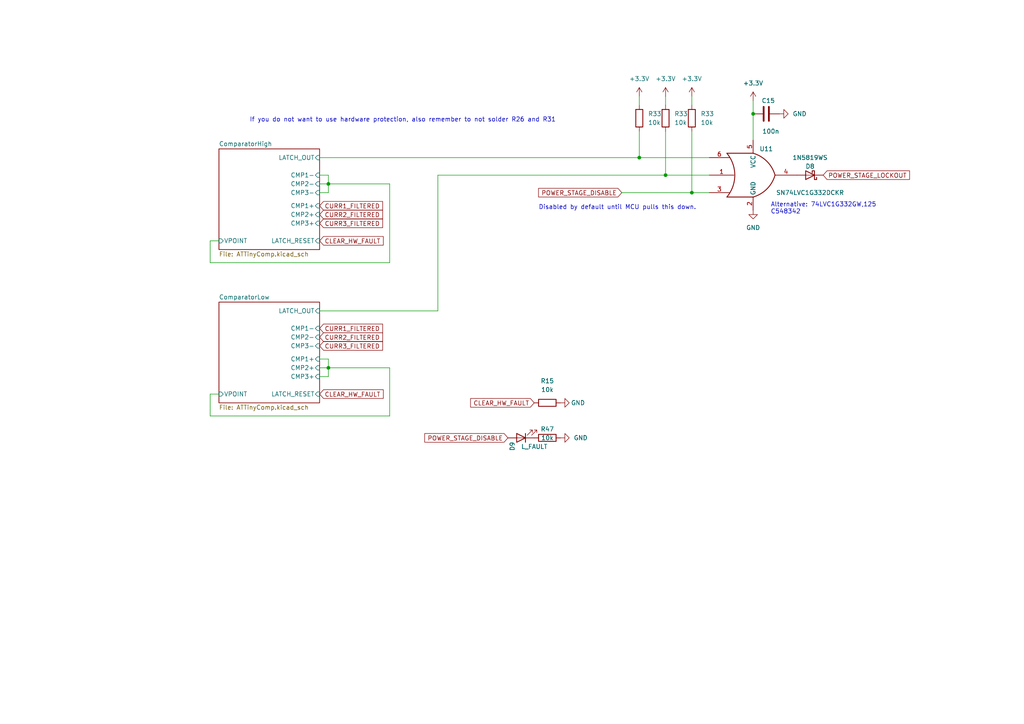
<source format=kicad_sch>
(kicad_sch (version 20230121) (generator eeschema)
  (paper "A4")
  (lib_symbols
    (symbol "Device:C" (pin_numbers hide) (pin_names (offset 0.254))
      (property "Reference" "C" (at 0.635 2.54 0))
      (property "Value" "C" (at 0.635 -2.54 0))
      (symbol "C_0_1"
        (polyline (pts (xy -2.032 -0.762) (xy 2.032 -0.762)) (stroke (width 0.508)))
        (polyline (pts (xy -2.032 0.762) (xy 2.032 0.762)) (stroke (width 0.508)))
      )
      (symbol "C_1_1"
        (pin passive line (at 0 3.81 270) (length 2.794) (name "~") (number "1"))
        (pin passive line (at 0 -3.81 90) (length 2.794) (name "~") (number "2"))
      )
    )
    (symbol "Device:D_Schottky" (pin_numbers hide) (pin_names (offset 1.016) hide)
      (property "Reference" "D" (at 0 2.54 0))
      (property "Value" "D_Schottky" (at 0 -2.54 0))
      (symbol "D_Schottky_0_1"
        (polyline (pts (xy 1.27 0) (xy -1.27 0)))
        (polyline (pts (xy 1.27 1.27) (xy 1.27 -1.27) (xy -1.27 0) (xy 1.27 1.27)) (stroke (width 0.254)))
        (polyline (pts (xy -1.905 0.635) (xy -1.905 1.27) (xy -1.27 1.27) (xy -1.27 -1.27) (xy -0.635 -1.27) (xy -0.635 -0.635)) (stroke (width 0.254)))
      )
      (symbol "D_Schottky_1_1"
        (pin passive line (at -3.81 0 0) (length 2.54) (name "K") (number "1"))
        (pin passive line (at 3.81 0 180) (length 2.54) (name "A") (number "2"))
      )
    )
    (symbol "Device:LED" (pin_numbers hide) (pin_names (offset 1.016) hide)
      (property "Reference" "D" (at 0 2.54 0))
      (property "Value" "LED" (at 0 -2.54 0))
      (symbol "LED_0_1"
        (polyline (pts (xy -1.27 -1.27) (xy -1.27 1.27)) (stroke (width 0.254)))
        (polyline (pts (xy -1.27 0) (xy 1.27 0)))
        (polyline (pts (xy 1.27 -1.27) (xy 1.27 1.27) (xy -1.27 0) (xy 1.27 -1.27)) (stroke (width 0.254)))
        (polyline (pts (xy -3.048 -0.762) (xy -4.572 -2.286) (xy -3.81 -2.286) (xy -4.572 -2.286) (xy -4.572 -1.524)))
        (polyline (pts (xy -1.778 -0.762) (xy -3.302 -2.286) (xy -2.54 -2.286) (xy -3.302 -2.286) (xy -3.302 -1.524)))
      )
      (symbol "LED_1_1"
        (pin passive line (at -3.81 0 0) (length 2.54) (name "K") (number "1"))
        (pin passive line (at 3.81 0 180) (length 2.54) (name "A") (number "2"))
      )
    )
    (symbol "Device:R" (pin_numbers hide) (pin_names (offset 0))
      (property "Reference" "R" (at 2.032 0 90))
      (property "Value" "R" (at 0 0 90))
      (symbol "R_0_1"
        (rectangle (start -1.016 -2.54) (end 1.016 2.54) (stroke (width 0.254)))
      )
      (symbol "R_1_1"
        (pin passive line (at 0 3.81 270) (length 1.27) (name "~") (number "1"))
        (pin passive line (at 0 -3.81 90) (length 1.27) (name "~") (number "2"))
      )
    )
    (symbol "GigaVescSymbols:74LVC1G332_1"
      (property "Reference" "U" (at -5.08 10.16 0))
      (property "Value" "74LVC1G332" (at 0 -10.16 0))
      (symbol "74LVC1G332_1_0_1"
        (arc (start -7.62 -6.35) (mid -5.321 0) (end -7.62 6.35) (stroke (width 0.254)))
        (arc (start 0 -6.35) (mid 3.9978 -3.9978) (end 6.35 0) (stroke (width 0.254)))
        (polyline (pts (xy 0 -6.35) (xy -7.62 -6.35)) (stroke (width 0.254)) (fill (type background)))
        (polyline (pts (xy 0 6.35) (xy -7.62 6.35)) (stroke (width 0.254)) (fill (type background)))
        (arc (start 6.35 0) (mid 3.9978 3.9978) (end 0 6.35) (stroke (width 0.254)))
      )
      (symbol "74LVC1G332_1_1_1"
        (pin input line (at -12.7 0 0) (length 7.11) (name "~") (number "1"))
        (pin power_in line (at 0 -10.16 90) (length 3.81) (name "GND") (number "2"))
        (pin input line (at -12.7 -5.08 0) (length 5.84) (name "~") (number "3"))
        (pin output line (at 12.7 0 180) (length 6.35) (name "~") (number "4"))
        (pin power_in line (at 0 10.16 270) (length 3.81) (name "VCC") (number "5"))
        (pin input line (at -12.7 5.08 0) (length 5.84) (name "~") (number "6"))
      )
    )
    (symbol "power:+3.3V" (power) (pin_names (offset 0))
      (property "Value" "+3.3V" (at 0 3.556 0))
      (symbol "+3.3V_0_1"
        (polyline (pts (xy -0.762 1.27) (xy 0 2.54)))
        (polyline (pts (xy 0 0) (xy 0 2.54)))
        (polyline (pts (xy 0 2.54) (xy 0.762 1.27)))
      )
      (symbol "+3.3V_1_1"
        (pin power_in line (at 0 0 90) (length 0) hide (name "+3.3V") (number "1"))
      )
    )
    (symbol "power:GND" (power) (pin_names (offset 0))
      (property "Value" "GND" (at 0 -3.81 0))
      (symbol "GND_0_1"
        (polyline (pts (xy 0 0) (xy 0 -1.27) (xy 1.27 -1.27) (xy 0 -2.54) (xy -1.27 -1.27) (xy 0 -1.27)))
      )
      (symbol "GND_1_1"
        (pin power_in line (at 0 0 270) (length 0) hide (name "GND") (number "1"))
      )
    )
  )
  (junction (at 95.25 53.34))
  (junction (at 200.66 55.88))
  (junction (at 218.44 33.02))
  (junction (at 95.25 106.68))
  (junction (at 193.04 50.8))
  (junction (at 185.42 45.72))
  (wire (pts (xy 218.44 29.21) (xy 218.44 33.02)))
  (wire (pts (xy 95.25 106.68) (xy 95.25 104.14)))
  (wire (pts (xy 113.03 106.68) (xy 95.25 106.68)))
  (wire (pts (xy 113.03 120.65) (xy 113.03 106.68)))
  (wire (pts (xy 185.42 38.1) (xy 185.42 45.72)))
  (wire (pts (xy 113.03 76.2) (xy 113.03 53.34)))
  (wire (pts (xy 63.5 114.3) (xy 60.96 114.3)))
  (wire (pts (xy 185.42 45.72) (xy 205.74 45.72)))
  (wire (pts (xy 127 50.8) (xy 193.04 50.8)))
  (wire (pts (xy 92.71 109.22) (xy 95.25 109.22)))
  (wire (pts (xy 95.25 104.14) (xy 92.71 104.14)))
  (wire (pts (xy 60.96 76.2) (xy 113.03 76.2)))
  (wire (pts (xy 95.25 109.22) (xy 95.25 106.68)))
  (wire (pts (xy 60.96 120.65) (xy 113.03 120.65)))
  (wire (pts (xy 92.71 90.17) (xy 127 90.17)))
  (wire (pts (xy 60.96 114.3) (xy 60.96 120.65)))
  (wire (pts (xy 200.66 55.88) (xy 205.74 55.88)))
  (wire (pts (xy 92.71 53.34) (xy 95.25 53.34)))
  (wire (pts (xy 113.03 53.34) (xy 95.25 53.34)))
  (wire (pts (xy 92.71 45.72) (xy 185.42 45.72)))
  (wire (pts (xy 63.5 69.85) (xy 60.96 69.85)))
  (wire (pts (xy 127 90.17) (xy 127 50.8)))
  (wire (pts (xy 185.42 27.94) (xy 185.42 30.48)))
  (wire (pts (xy 193.04 38.1) (xy 193.04 50.8)))
  (wire (pts (xy 95.25 53.34) (xy 95.25 55.88)))
  (wire (pts (xy 95.25 55.88) (xy 92.71 55.88)))
  (wire (pts (xy 92.71 50.8) (xy 95.25 50.8)))
  (wire (pts (xy 95.25 50.8) (xy 95.25 53.34)))
  (wire (pts (xy 193.04 27.94) (xy 193.04 30.48)))
  (wire (pts (xy 200.66 27.94) (xy 200.66 30.48)))
  (wire (pts (xy 92.71 106.68) (xy 95.25 106.68)))
  (wire (pts (xy 218.44 33.02) (xy 218.44 40.64)))
  (wire (pts (xy 200.66 38.1) (xy 200.66 55.88)))
  (wire (pts (xy 60.96 69.85) (xy 60.96 76.2)))
  (wire (pts (xy 193.04 50.8) (xy 205.74 50.8)))
  (wire (pts (xy 180.34 55.88) (xy 200.66 55.88)))
  (text "Alternative: 74LVC1G332GW,125\nC548342" (at 223.52 62.23 0) (effects (font (size 1.27 1.27)) (justify left bottom)))
  (text "Disabled by default until MCU pulls this down." (at 156.21 60.96 0) (effects (font (size 1.27 1.27)) (justify left bottom)))
  (text "If you do not want to use hardware protection, also remember to not solder R26 and R31" (at 72.39 35.56 0) (effects (font (size 1.27 1.27)) (justify left bottom)))
  (global_label "CURR1_FILTERED" (shape input) (at 92.71 95.25 0) (property "Intersheetrefs" "${INTERSHEET_REFS}" (effects hide)))
  (global_label "POWER_STAGE_DISABLE" (shape input) (at 147.32 127 180) (property "Intersheetrefs" "${INTERSHEET_REFS}" (effects hide)))
  (global_label "POWER_STAGE_LOCKOUT" (shape input) (at 238.76 50.8 0) (property "Intersheetrefs" "${INTERSHEET_REFS}" (effects hide)))
  (global_label "CURR1_FILTERED" (shape input) (at 92.71 59.69 0) (property "Intersheetrefs" "${INTERSHEET_REFS}" (effects hide)))
  (global_label "CLEAR_HW_FAULT" (shape input) (at 92.71 114.3 0) (property "Intersheetrefs" "${INTERSHEET_REFS}" (effects hide)))
  (global_label "CLEAR_HW_FAULT" (shape input) (at 92.71 69.85 0) (property "Intersheetrefs" "${INTERSHEET_REFS}" (effects hide)))
  (global_label "CLEAR_HW_FAULT" (shape input) (at 154.94 116.84 180) (property "Intersheetrefs" "${INTERSHEET_REFS}" (effects hide)))
  (global_label "CURR3_FILTERED" (shape input) (at 92.71 64.77 0) (property "Intersheetrefs" "${INTERSHEET_REFS}" (effects hide)))
  (global_label "CURR2_FILTERED" (shape input) (at 92.71 62.23 0) (property "Intersheetrefs" "${INTERSHEET_REFS}" (effects hide)))
  (global_label "POWER_STAGE_DISABLE" (shape input) (at 180.34 55.88 180) (property "Intersheetrefs" "${INTERSHEET_REFS}" (effects hide)))
  (global_label "CURR3_FILTERED" (shape input) (at 92.71 100.33 0) (property "Intersheetrefs" "${INTERSHEET_REFS}" (effects hide)))
  (global_label "CURR2_FILTERED" (shape input) (at 92.71 97.79 0) (property "Intersheetrefs" "${INTERSHEET_REFS}" (effects hide)))
  (symbol (lib_id "Device:R") (at 185.42 34.29 0) (unit 1)
    (property "Reference" "R33" (at 187.96 33.02 0) (effects (justify left)))
    (property "Value" "10k" (at 187.96 35.56 0) (effects (justify left)))
    (property "Footprint" "Resistor_SMD:R_0603_1608Metric" (effects hide))
    (property "MPN" "C25804" (effects hide))
    (instances (project "GigaVescDrivers" (path "" (reference "R33") (unit 1))) (project "GigaMax" (path "" (reference "R43") (unit 1)) (path "" (reference "R44") (unit 1)) (path "" (reference "R45") (unit 1)) (path "" (reference "R26") (unit 1))))
  )
  (symbol (lib_id "Device:D_Schottky") (at 234.95 50.8 180) (unit 1)
    (property "Reference" "D8" (at 234.95 48.26 0))
    (property "Value" "1N5819WS" (at 234.95 45.72 0))
    (property "Footprint" "Diode_SMD:D_SOD-323" (effects hide))
    (property "MPN" "C191023" (effects hide))
    (instances (project "GigaMax" (path "" (reference "D8") (unit 1)) (path "" (reference "D8") (unit 1)) (path "" (reference "D3") (unit 1))))
  )
  (symbol (lib_id "GigaVescSymbols:74LVC1G332_1") (at 218.44 50.8 0) (unit 1)
    (property "Reference" "U11" (at 222.25 43.18 0))
    (property "Value" "SN74LVC1G332DCKR" (at 234.95 55.88 0))
    (property "Footprint" "Package_TO_SOT_SMD:SOT-363_SC-70-6" (effects hide))
    (property "Datasheet" "http://www.ti.com/lit/sg/scyt129e/scyt129e.pdf" (effects hide))
    (property "MPN" "C2865081" (effects hide))
  )
  (symbol (lib_id "power:GND") (at 162.56 127 90) (unit 1)
    (property "Reference" "#PWR0144" (effects hide))
    (property "Value" "GND" (at 166.37 127 90) (effects (justify right)))
    (instances (project "GigaMax" (path "" (reference "#PWR0144") (unit 1))) (project "HardwareProtection" (path "" (reference "#PWR05") (unit 1))))
  )
  (symbol (lib_id "power:GND") (at 226.06 33.02 90) (unit 1)
    (property "Reference" "#PWR043" (effects hide))
    (property "Value" "GND" (at 229.87 33.02 90) (effects (justify right)))
    (instances (project "GigaVescDrivers" (path "" (reference "#PWR043") (unit 1))) (project "GigaMax" (path "" (reference "#PWR093") (unit 1)) (path "" (reference "#PWR0101") (unit 1)) (path "" (reference "#PWR0109") (unit 1)) (path "" (reference "#PWR095") (unit 1))))
  )
  (symbol (lib_id "Device:C") (at 222.25 33.02 90) (unit 1)
    (property "Reference" "C15" (at 224.79 29.21 90) (effects (justify left)))
    (property "Value" "100n" (at 226.06 38.1 90) (effects (justify left)))
    (property "Footprint" "GigaVescLibs:C_0603_1608Metric_L" (effects hide))
    (property "MPN" "C14663" (effects hide))
    (instances (project "GigaVescDrivers" (path "" (reference "C15") (unit 1))) (project "GigaMax" (path "" (reference "C44") (unit 1)) (path "" (reference "C45") (unit 1)) (path "" (reference "C46") (unit 1)) (path "" (reference "C44") (unit 1))))
  )
  (symbol (lib_id "power:+3.3V") (at 193.04 27.94 0) (unit 1)
    (property "Reference" "#PWR040" (effects hide))
    (property "Value" "+3.3V" (at 193.04 22.86 0))
    (instances (project "GigaVescDrivers" (path "" (reference "#PWR040") (unit 1))) (project "GigaMax" (path "" (reference "#PWR073") (unit 1)) (path "" (reference "#PWR080") (unit 1)) (path "" (reference "#PWR096") (unit 1)) (path "" (reference "#PWR080") (unit 1))))
  )
  (symbol (lib_id "power:+3.3V") (at 185.42 27.94 0) (unit 1)
    (property "Reference" "#PWR040" (effects hide))
    (property "Value" "+3.3V" (at 185.42 22.86 0))
    (instances (project "GigaVescDrivers" (path "" (reference "#PWR040") (unit 1))) (project "GigaMax" (path "" (reference "#PWR0104") (unit 1)) (path "" (reference "#PWR0112") (unit 1)) (path "" (reference "#PWR0113") (unit 1)) (path "" (reference "#PWR073") (unit 1))))
  )
  (symbol (lib_id "power:+3.3V") (at 218.44 29.21 0) (unit 1)
    (property "Reference" "#PWR041" (effects hide))
    (property "Value" "+3.3V" (at 218.44 24.13 0))
    (instances (project "GigaVescDrivers" (path "" (reference "#PWR041") (unit 1))) (project "GigaMax" (path "" (reference "#PWR095") (unit 1)) (path "" (reference "#PWR0103") (unit 1)) (path "" (reference "#PWR0111") (unit 1)) (path "" (reference "#PWR093") (unit 1))))
  )
  (symbol (lib_id "power:GND") (at 162.56 116.84 90) (unit 1)
    (property "Reference" "#PWR023" (effects hide))
    (property "Value" "GND" (at 167.64 116.84 90))
    (instances (project "GigaVescDrivers" (path "" (reference "#PWR023") (unit 1))) (project "GigaMax" (path "" (reference "#PWR0114") (unit 1)) (path "" (reference "#PWR0114") (unit 1))))
  )
  (symbol (lib_id "power:+3.3V") (at 200.66 27.94 0) (unit 1)
    (property "Reference" "#PWR040" (effects hide))
    (property "Value" "+3.3V" (at 200.66 22.86 0))
    (instances (project "GigaVescDrivers" (path "" (reference "#PWR040") (unit 1))) (project "GigaMax" (path "" (reference "#PWR092") (unit 1)) (path "" (reference "#PWR0100") (unit 1)) (path "" (reference "#PWR0108") (unit 1)) (path "" (reference "#PWR092") (unit 1))))
  )
  (symbol (lib_id "Device:R") (at 158.75 127 90) (unit 1)
    (property "Reference" "R47" (at 158.75 124.46 90))
    (property "Value" "10k" (at 158.75 127 90))
    (property "Footprint" "Resistor_SMD:R_0603_1608Metric" (effects hide))
    (property "MPN" "C25804" (effects hide))
    (instances (project "GigaMax" (path "" (reference "R47") (unit 1)) (path "" (reference "R49") (unit 1))))
  )
  (symbol (lib_id "Device:R") (at 158.75 116.84 90) (unit 1)
    (property "Reference" "R15" (at 158.75 110.49 90))
    (property "Value" "10k" (at 158.75 113.03 90))
    (property "Footprint" "Resistor_SMD:R_0603_1608Metric" (effects hide))
    (property "MPN" "C25804" (effects hide))
    (instances (project "GigaVescDrivers" (path "" (reference "R15") (unit 1))) (project "GigaMax" (path "" (reference "R36") (unit 1)) (path "" (reference "R36") (unit 1))))
  )
  (symbol (lib_id "Device:R") (at 193.04 34.29 0) (unit 1)
    (property "Reference" "R33" (at 195.58 33.02 0) (effects (justify left)))
    (property "Value" "10k" (at 195.58 35.56 0) (effects (justify left)))
    (property "Footprint" "Resistor_SMD:R_0603_1608Metric" (effects hide))
    (property "MPN" "C25804" (effects hide))
    (instances (project "GigaVescDrivers" (path "" (reference "R33") (unit 1))) (project "GigaMax" (path "" (reference "R40") (unit 1)) (path "" (reference "R41") (unit 1)) (path "" (reference "R42") (unit 1)) (path "" (reference "R31") (unit 1))))
  )
  (symbol (lib_id "power:GND") (at 218.44 60.96 0) (unit 1)
    (property "Reference" "#PWR042" (effects hide))
    (property "Value" "GND" (at 218.44 66.04 0))
    (instances (project "GigaVescDrivers" (path "" (reference "#PWR042") (unit 1))) (project "GigaMax" (path "" (reference "#PWR094") (unit 1)) (path "" (reference "#PWR0102") (unit 1)) (path "" (reference "#PWR0110") (unit 1)) (path "" (reference "#PWR094") (unit 1))))
  )
  (symbol (lib_id "Device:R") (at 200.66 34.29 0) (unit 1)
    (property "Reference" "R33" (at 203.2 33.02 0) (effects (justify left)))
    (property "Value" "10k" (at 203.2 35.56 0) (effects (justify left)))
    (property "Footprint" "Resistor_SMD:R_0603_1608Metric" (effects hide))
    (property "MPN" "C25804" (effects hide))
    (instances (project "GigaVescDrivers" (path "" (reference "R33") (unit 1))) (project "GigaMax" (path "" (reference "R26") (unit 1)) (path "" (reference "R33") (unit 1)) (path "" (reference "R35") (unit 1)) (path "" (reference "R32") (unit 1))))
  )
  (symbol (lib_id "Device:LED") (at 151.13 127 180) (unit 1)
    (property "Reference" "D9" (at 148.59 130.81 90) (effects (justify right)))
    (property "Value" "L_FAULT" (at 151.13 129.54 0) (effects (justify right)))
    (property "Footprint" "LED_SMD:LED_0603_1608Metric" (effects hide))
    (property "MPN" "C2286" (effects hide))
    (instances (project "GigaMax" (path "" (reference "D9") (unit 1)) (path "" (reference "D11") (unit 1))))
  )
  (sheet (at 63.5 43.18) (size 29.21 29.21) (stroke (width 0.1524))
    (property "Sheetname" "ComparatorHigh" (at 63.5 42.4684 0) (effects (justify left bottom)))
    (property "Sheetfile" "ATTinyComp.kicad_sch" (at 63.5 72.9746 0) (effects (justify left top)))
    (pin "CMP2-" input (at 92.71 53.34 0))
    (pin "CMP3-" input (at 92.71 55.88 0))
    (pin "CMP1-" input (at 92.71 50.8 0))
    (pin "CMP2+" input (at 92.71 62.23 0))
    (pin "CMP1+" input (at 92.71 59.69 0))
    (pin "CMP3+" input (at 92.71 64.77 0))
    (pin "LATCH_RESET" input (at 92.71 69.85 0))
    (pin "LATCH_OUT" input (at 92.71 45.72 0))
    (pin "VPOINT" input (at 63.5 69.85 180))
  )
  (sheet (at 63.5 87.63) (size 29.21 29.21) (stroke (width 0.1524))
    (property "Sheetname" "ComparatorLow" (at 63.5 86.9184 0) (effects (justify left bottom)))
    (property "Sheetfile" "ATTinyComp.kicad_sch" (at 63.5 117.4246 0) (effects (justify left top)))
    (pin "CMP2-" input (at 92.71 97.79 0))
    (pin "CMP3-" input (at 92.71 100.33 0))
    (pin "CMP1-" input (at 92.71 95.25 0))
    (pin "CMP2+" input (at 92.71 106.68 0))
    (pin "CMP1+" input (at 92.71 104.14 0))
    (pin "CMP3+" input (at 92.71 109.22 0))
    (pin "LATCH_RESET" input (at 92.71 114.3 0))
    (pin "LATCH_OUT" input (at 92.71 90.17 0))
    (pin "VPOINT" input (at 63.5 114.3 180))
  )
)
</source>
